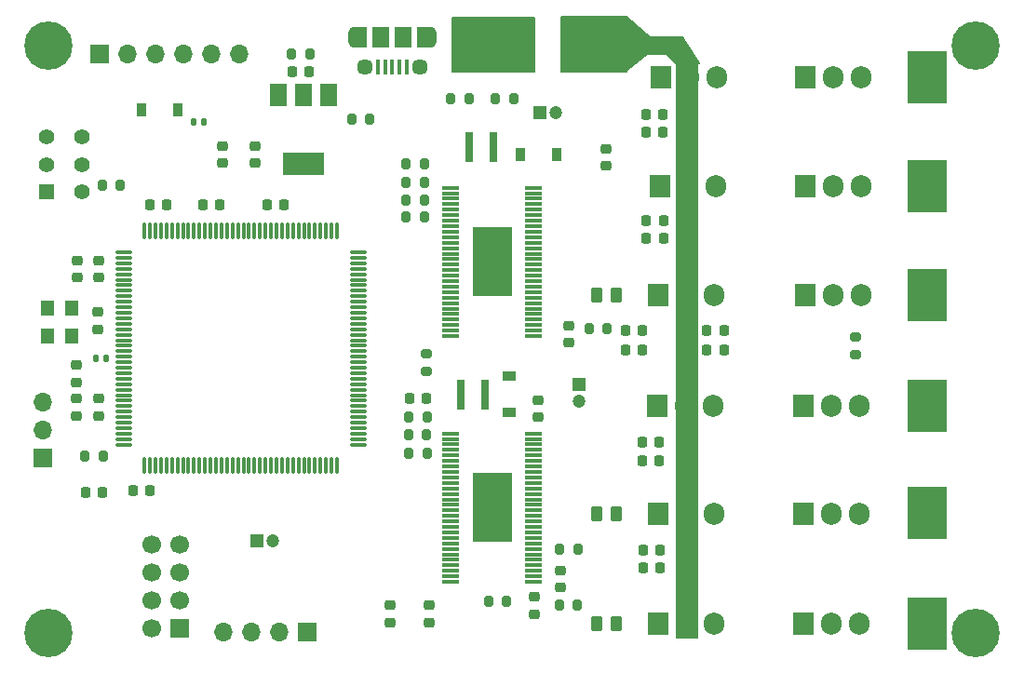
<source format=gbr>
%TF.GenerationSoftware,KiCad,Pcbnew,(6.0.10)*%
%TF.CreationDate,2023-01-28T14:49:13-05:00*%
%TF.ProjectId,electrium-esc,656c6563-7472-4697-956d-2d6573632e6b,rev?*%
%TF.SameCoordinates,Original*%
%TF.FileFunction,Soldermask,Top*%
%TF.FilePolarity,Negative*%
%FSLAX46Y46*%
G04 Gerber Fmt 4.6, Leading zero omitted, Abs format (unit mm)*
G04 Created by KiCad (PCBNEW (6.0.10)) date 2023-01-28 14:49:13*
%MOMM*%
%LPD*%
G01*
G04 APERTURE LIST*
G04 Aperture macros list*
%AMRoundRect*
0 Rectangle with rounded corners*
0 $1 Rounding radius*
0 $2 $3 $4 $5 $6 $7 $8 $9 X,Y pos of 4 corners*
0 Add a 4 corners polygon primitive as box body*
4,1,4,$2,$3,$4,$5,$6,$7,$8,$9,$2,$3,0*
0 Add four circle primitives for the rounded corners*
1,1,$1+$1,$2,$3*
1,1,$1+$1,$4,$5*
1,1,$1+$1,$6,$7*
1,1,$1+$1,$8,$9*
0 Add four rect primitives between the rounded corners*
20,1,$1+$1,$2,$3,$4,$5,0*
20,1,$1+$1,$4,$5,$6,$7,0*
20,1,$1+$1,$6,$7,$8,$9,0*
20,1,$1+$1,$8,$9,$2,$3,0*%
G04 Aperture macros list end*
%ADD10C,0.150000*%
%ADD11C,0.100000*%
%ADD12C,0.200000*%
%ADD13C,1.700000*%
%ADD14R,1.700000X1.700000*%
%ADD15R,3.600000X4.800000*%
%ADD16C,4.400000*%
%ADD17C,2.600000*%
%ADD18RoundRect,0.147500X-0.147500X-0.172500X0.147500X-0.172500X0.147500X0.172500X-0.147500X0.172500X0*%
%ADD19RoundRect,0.147500X0.147500X0.172500X-0.147500X0.172500X-0.147500X-0.172500X0.147500X-0.172500X0*%
%ADD20RoundRect,0.225000X0.250000X-0.225000X0.250000X0.225000X-0.250000X0.225000X-0.250000X-0.225000X0*%
%ADD21RoundRect,0.225000X0.225000X0.250000X-0.225000X0.250000X-0.225000X-0.250000X0.225000X-0.250000X0*%
%ADD22RoundRect,0.225000X-0.225000X-0.250000X0.225000X-0.250000X0.225000X0.250000X-0.225000X0.250000X0*%
%ADD23RoundRect,0.200000X-0.200000X-0.275000X0.200000X-0.275000X0.200000X0.275000X-0.200000X0.275000X0*%
%ADD24RoundRect,0.225000X-0.250000X0.225000X-0.250000X-0.225000X0.250000X-0.225000X0.250000X0.225000X0*%
%ADD25R,1.200000X0.900000*%
%ADD26R,1.200000X1.400000*%
%ADD27O,1.905000X2.000000*%
%ADD28R,1.905000X2.000000*%
%ADD29RoundRect,0.200000X0.200000X0.275000X-0.200000X0.275000X-0.200000X-0.275000X0.200000X-0.275000X0*%
%ADD30O,1.700000X1.700000*%
%ADD31RoundRect,0.250000X0.262500X0.450000X-0.262500X0.450000X-0.262500X-0.450000X0.262500X-0.450000X0*%
%ADD32RoundRect,0.200000X-0.275000X0.200000X-0.275000X-0.200000X0.275000X-0.200000X0.275000X0.200000X0*%
%ADD33R,1.200000X1.200000*%
%ADD34C,1.200000*%
%ADD35R,0.900000X1.200000*%
%ADD36R,1.550000X0.300000*%
%ADD37R,3.610000X6.350000*%
%ADD38R,1.400000X1.400000*%
%ADD39C,1.400000*%
%ADD40RoundRect,0.200000X0.275000X-0.200000X0.275000X0.200000X-0.275000X0.200000X-0.275000X-0.200000X0*%
%ADD41R,1.500000X2.000000*%
%ADD42R,3.800000X2.000000*%
%ADD43O,0.950000X1.900000*%
%ADD44R,1.200000X1.900000*%
%ADD45R,1.500000X1.900000*%
%ADD46R,0.400000X1.350000*%
%ADD47C,1.450000*%
%ADD48RoundRect,0.075000X-0.662500X-0.075000X0.662500X-0.075000X0.662500X0.075000X-0.662500X0.075000X0*%
%ADD49RoundRect,0.075000X-0.075000X-0.662500X0.075000X-0.662500X0.075000X0.662500X-0.075000X0.662500X0*%
%ADD50R,0.800000X2.700000*%
G04 APERTURE END LIST*
D10*
X143205200Y-46075600D02*
X150672800Y-46075600D01*
X150672800Y-46075600D02*
X150672800Y-51003200D01*
X150672800Y-51003200D02*
X143205200Y-51003200D01*
X143205200Y-51003200D02*
X143205200Y-46075600D01*
G36*
X143205200Y-46075600D02*
G01*
X150672800Y-46075600D01*
X150672800Y-51003200D01*
X143205200Y-51003200D01*
X143205200Y-46075600D01*
G37*
G36*
X159105600Y-50856995D02*
G01*
X159105600Y-49434595D01*
X160883600Y-49434595D01*
X159105600Y-50856995D01*
G37*
X159105600Y-50856995D02*
X159105600Y-49434595D01*
X160883600Y-49434595D01*
X159105600Y-50856995D01*
D11*
X153060400Y-46024800D02*
X159054800Y-46024800D01*
X159054800Y-46024800D02*
X159054800Y-51003200D01*
X159054800Y-51003200D02*
X153060400Y-51003200D01*
X153060400Y-51003200D02*
X153060400Y-46024800D01*
G36*
X153060400Y-46024800D02*
G01*
X159054800Y-46024800D01*
X159054800Y-51003200D01*
X153060400Y-51003200D01*
X153060400Y-46024800D01*
G37*
D10*
G36*
X161137600Y-47904400D02*
G01*
X164084000Y-47904400D01*
X165608000Y-50292000D01*
X163525200Y-50292000D01*
X162712400Y-49428400D01*
X153111200Y-49428400D01*
X153111200Y-46024800D01*
X159054800Y-46024800D01*
X161137600Y-47904400D01*
G37*
X161137600Y-47904400D02*
X164084000Y-47904400D01*
X165608000Y-50292000D01*
X163525200Y-50292000D01*
X162712400Y-49428400D01*
X153111200Y-49428400D01*
X153111200Y-46024800D01*
X159054800Y-46024800D01*
X161137600Y-47904400D01*
D12*
X165506400Y-50342800D02*
X163575804Y-50342800D01*
X163575804Y-50342800D02*
X163575804Y-102514400D01*
X163575804Y-102514400D02*
X165506400Y-102514400D01*
X165506400Y-102514400D02*
X165506400Y-50342800D01*
G36*
X165506400Y-50342800D02*
G01*
X163575804Y-50342800D01*
X163575804Y-102514400D01*
X165506400Y-102514400D01*
X165506400Y-50342800D01*
G37*
D13*
%TO.C,U5*%
X115870000Y-94017000D03*
X118410000Y-94017000D03*
X115870000Y-96557000D03*
X118410000Y-96557000D03*
X115870000Y-99097000D03*
X118410000Y-99097000D03*
X115870000Y-101637000D03*
D14*
X118410000Y-101637000D03*
%TD*%
D15*
%TO.C,TP1*%
X186355000Y-51562000D03*
%TD*%
D16*
%TO.C,REF\u002A\u002A*%
X190804800Y-48666400D03*
D17*
X190804800Y-48666400D03*
%TD*%
D16*
%TO.C,REF\u002A\u002A*%
X190804800Y-102057200D03*
D17*
X190804800Y-102057200D03*
%TD*%
D16*
%TO.C,asd*%
X106476800Y-102057200D03*
D17*
X106476800Y-102057200D03*
%TD*%
D16*
%TO.C,REF\u002A\u002A*%
X106476800Y-48666400D03*
D17*
X106476800Y-48666400D03*
%TD*%
D15*
%TO.C,TP3*%
X186355000Y-71374000D03*
%TD*%
D18*
%TO.C,D5*%
X110767000Y-77089000D03*
X111737000Y-77089000D03*
%TD*%
D19*
%TO.C,D6*%
X120627000Y-55626000D03*
X119657000Y-55626000D03*
%TD*%
D20*
%TO.C,C9*%
X109093000Y-69736000D03*
X109093000Y-68186000D03*
%TD*%
D21*
%TO.C,C28*%
X162407600Y-66192400D03*
X160857600Y-66192400D03*
%TD*%
D22*
%TO.C,C17*%
X126352000Y-63119000D03*
X127902000Y-63119000D03*
%TD*%
D23*
%TO.C,R25*%
X152972000Y-94488000D03*
X154622000Y-94488000D03*
%TD*%
D21*
%TO.C,C54*%
X140856000Y-80772000D03*
X139306000Y-80772000D03*
%TD*%
D24*
%TO.C,C41*%
X153797000Y-74142000D03*
X153797000Y-75692000D03*
%TD*%
D25*
%TO.C,D2*%
X148336000Y-82041000D03*
X148336000Y-78741000D03*
%TD*%
D20*
%TO.C,C2*%
X110998000Y-69736000D03*
X110998000Y-68186000D03*
%TD*%
%TO.C,C66*%
X137541000Y-101105000D03*
X137541000Y-99555000D03*
%TD*%
D26*
%TO.C,Y1*%
X106342000Y-72542400D03*
X106342000Y-75082400D03*
X108542000Y-75082400D03*
X108542000Y-72542400D03*
%TD*%
D24*
%TO.C,C23*%
X110947200Y-72885000D03*
X110947200Y-74435000D03*
%TD*%
D27*
%TO.C,Q4*%
X180340000Y-51562000D03*
X177800000Y-51562000D03*
D28*
X175260000Y-51562000D03*
%TD*%
D29*
%TO.C,R14*%
X157289000Y-74422000D03*
X155639000Y-74422000D03*
%TD*%
D14*
%TO.C,J4*%
X105968800Y-86192600D03*
D30*
X105968800Y-83652600D03*
X105968800Y-81112600D03*
%TD*%
D23*
%TO.C,R20*%
X139256000Y-82423000D03*
X140906000Y-82423000D03*
%TD*%
D15*
%TO.C,TP4*%
X186355000Y-81407000D03*
%TD*%
D31*
%TO.C,R36*%
X158138500Y-71303000D03*
X156313500Y-71303000D03*
%TD*%
D21*
%TO.C,C79*%
X111405000Y-89281000D03*
X109855000Y-89281000D03*
%TD*%
D20*
%TO.C,C57*%
X151003000Y-82436000D03*
X151003000Y-80886000D03*
%TD*%
D23*
%TO.C,R4*%
X139002000Y-59436000D03*
X140652000Y-59436000D03*
%TD*%
D32*
%TO.C,TH2*%
X140843000Y-76645000D03*
X140843000Y-78295000D03*
%TD*%
D23*
%TO.C,R32*%
X146495000Y-99174000D03*
X148145000Y-99174000D03*
%TD*%
%TO.C,R3*%
X139002000Y-61087000D03*
X140652000Y-61087000D03*
%TD*%
D29*
%TO.C,R62*%
X111442000Y-85979000D03*
X109792000Y-85979000D03*
%TD*%
D23*
%TO.C,R1*%
X111341400Y-61366400D03*
X112991400Y-61366400D03*
%TD*%
%TO.C,R54*%
X128588000Y-49403000D03*
X130238000Y-49403000D03*
%TD*%
%TO.C,R30*%
X152909000Y-99568000D03*
X154559000Y-99568000D03*
%TD*%
D27*
%TO.C,Q5*%
X180340000Y-61468000D03*
X177800000Y-61468000D03*
D28*
X175260000Y-61468000D03*
%TD*%
D22*
%TO.C,C19*%
X115684000Y-63119000D03*
X117234000Y-63119000D03*
%TD*%
D33*
%TO.C,C58*%
X154686000Y-79502000D03*
D34*
X154686000Y-81002000D03*
%TD*%
D35*
%TO.C,D1*%
X149353000Y-58547000D03*
X152653000Y-58547000D03*
%TD*%
D27*
%TO.C,Q1*%
X167259000Y-51562000D03*
X164719000Y-51562000D03*
D28*
X162179000Y-51562000D03*
%TD*%
D20*
%TO.C,C56*%
X150622000Y-100343000D03*
X150622000Y-98793000D03*
%TD*%
D24*
%TO.C,C10*%
X108966000Y-80759000D03*
X108966000Y-82309000D03*
%TD*%
D21*
%TO.C,C53*%
X162102800Y-96164400D03*
X160552800Y-96164400D03*
%TD*%
D20*
%TO.C,C7*%
X122301000Y-57772000D03*
X122301000Y-59322000D03*
%TD*%
D21*
%TO.C,C29*%
X158940200Y-74574400D03*
X160490200Y-74574400D03*
%TD*%
D24*
%TO.C,C64*%
X153035000Y-96367000D03*
X153035000Y-97917000D03*
%TD*%
D22*
%TO.C,C48*%
X166344000Y-76352400D03*
X167894000Y-76352400D03*
%TD*%
D35*
%TO.C,D3*%
X118236000Y-54483000D03*
X114936000Y-54483000D03*
%TD*%
D33*
%TO.C,C75*%
X125388401Y-93726000D03*
D34*
X126888401Y-93726000D03*
%TD*%
D23*
%TO.C,R7*%
X139002000Y-64262000D03*
X140652000Y-64262000D03*
%TD*%
D21*
%TO.C,C52*%
X162102800Y-94513400D03*
X160552800Y-94513400D03*
%TD*%
D36*
%TO.C,U3*%
X143062000Y-83928000D03*
X143062000Y-84428000D03*
X143062000Y-84928000D03*
X143062000Y-85428000D03*
X143062000Y-85928000D03*
X143062000Y-86428000D03*
X143062000Y-86928000D03*
X143062000Y-87428000D03*
X143062000Y-87928000D03*
X143062000Y-88428000D03*
X143062000Y-88928000D03*
X143062000Y-89428000D03*
X143062000Y-89928000D03*
X143062000Y-90428000D03*
X143062000Y-90928000D03*
X143062000Y-91428000D03*
X143062000Y-91928000D03*
X143062000Y-92428000D03*
X143062000Y-92928000D03*
X143062000Y-93428000D03*
X143062000Y-93928000D03*
X143062000Y-94428000D03*
X143062000Y-94928000D03*
X143062000Y-95428000D03*
X143062000Y-95928000D03*
X143062000Y-96428000D03*
X143062000Y-96928000D03*
X143062000Y-97428000D03*
X150562000Y-97428000D03*
X150562000Y-96928000D03*
X150562000Y-96428000D03*
X150562000Y-95928000D03*
X150562000Y-95428000D03*
X150562000Y-94928000D03*
X150562000Y-94428000D03*
X150562000Y-93928000D03*
X150562000Y-93428000D03*
X150562000Y-92928000D03*
X150562000Y-92428000D03*
X150562000Y-91928000D03*
X150562000Y-91428000D03*
X150562000Y-90928000D03*
X150562000Y-90428000D03*
X150562000Y-89928000D03*
X150562000Y-89428000D03*
X150562000Y-88928000D03*
X150562000Y-88428000D03*
X150562000Y-87928000D03*
X150562000Y-87428000D03*
X150562000Y-86928000D03*
X150562000Y-86428000D03*
X150562000Y-85928000D03*
X150562000Y-85428000D03*
X150562000Y-84928000D03*
X150562000Y-84428000D03*
X150562000Y-83928000D03*
D37*
X146812000Y-90678000D03*
%TD*%
D31*
%TO.C,R45*%
X158138500Y-101219000D03*
X156313500Y-101219000D03*
%TD*%
D27*
%TO.C,Q8*%
X167005000Y-91257000D03*
X164465000Y-91257000D03*
D28*
X161925000Y-91257000D03*
%TD*%
D21*
%TO.C,C45*%
X162407600Y-64541400D03*
X160857600Y-64541400D03*
%TD*%
%TO.C,C50*%
X162001200Y-84759800D03*
X160451200Y-84759800D03*
%TD*%
%TO.C,C5*%
X115697000Y-89154000D03*
X114147000Y-89154000D03*
%TD*%
D14*
%TO.C,J5*%
X130038000Y-101981000D03*
D30*
X127498000Y-101981000D03*
X124958000Y-101981000D03*
X122418000Y-101981000D03*
%TD*%
D15*
%TO.C,TP6*%
X186355000Y-101219000D03*
%TD*%
D14*
%TO.C,J1*%
X111125000Y-49403000D03*
D30*
X113665000Y-49403000D03*
X116205000Y-49403000D03*
X118745000Y-49403000D03*
X121285000Y-49403000D03*
X123825000Y-49403000D03*
%TD*%
D20*
%TO.C,C1*%
X125222000Y-59322000D03*
X125222000Y-57772000D03*
%TD*%
D24*
%TO.C,C67*%
X141097000Y-99568004D03*
X141097000Y-101118004D03*
%TD*%
D33*
%TO.C,C35*%
X151130000Y-54737000D03*
D34*
X152630000Y-54737000D03*
%TD*%
D31*
%TO.C,R44*%
X158138500Y-91257000D03*
X156313500Y-91257000D03*
%TD*%
D23*
%TO.C,R6*%
X139002000Y-62738000D03*
X140652000Y-62738000D03*
%TD*%
D15*
%TO.C,TP2*%
X186355000Y-61468000D03*
%TD*%
D22*
%TO.C,C49*%
X166344000Y-74574400D03*
X167894000Y-74574400D03*
%TD*%
D21*
%TO.C,C6*%
X130162600Y-51054000D03*
X128612600Y-51054000D03*
%TD*%
D27*
%TO.C,Q11*%
X180213000Y-91242000D03*
X177673000Y-91242000D03*
D28*
X175133000Y-91242000D03*
%TD*%
D36*
%TO.C,U2*%
X143062000Y-61576000D03*
X143062000Y-62076000D03*
X143062000Y-62576000D03*
X143062000Y-63076000D03*
X143062000Y-63576000D03*
X143062000Y-64076000D03*
X143062000Y-64576000D03*
X143062000Y-65076000D03*
X143062000Y-65576000D03*
X143062000Y-66076000D03*
X143062000Y-66576000D03*
X143062000Y-67076000D03*
X143062000Y-67576000D03*
X143062000Y-68076000D03*
X143062000Y-68576000D03*
X143062000Y-69076000D03*
X143062000Y-69576000D03*
X143062000Y-70076000D03*
X143062000Y-70576000D03*
X143062000Y-71076000D03*
X143062000Y-71576000D03*
X143062000Y-72076000D03*
X143062000Y-72576000D03*
X143062000Y-73076000D03*
X143062000Y-73576000D03*
X143062000Y-74076000D03*
X143062000Y-74576000D03*
X143062000Y-75076000D03*
X150562000Y-75076000D03*
X150562000Y-74576000D03*
X150562000Y-74076000D03*
X150562000Y-73576000D03*
X150562000Y-73076000D03*
X150562000Y-72576000D03*
X150562000Y-72076000D03*
X150562000Y-71576000D03*
X150562000Y-71076000D03*
X150562000Y-70576000D03*
X150562000Y-70076000D03*
X150562000Y-69576000D03*
X150562000Y-69076000D03*
X150562000Y-68576000D03*
X150562000Y-68076000D03*
X150562000Y-67576000D03*
X150562000Y-67076000D03*
X150562000Y-66576000D03*
X150562000Y-66076000D03*
X150562000Y-65576000D03*
X150562000Y-65076000D03*
X150562000Y-64576000D03*
X150562000Y-64076000D03*
X150562000Y-63576000D03*
X150562000Y-63076000D03*
X150562000Y-62576000D03*
X150562000Y-62076000D03*
X150562000Y-61576000D03*
D37*
X146812000Y-68326000D03*
%TD*%
D27*
%TO.C,Q9*%
X167005000Y-101219000D03*
X164465000Y-101219000D03*
D28*
X161925000Y-101219000D03*
%TD*%
D29*
%TO.C,R18*%
X140843000Y-84074000D03*
X139193000Y-84074000D03*
%TD*%
D22*
%TO.C,C18*%
X120510000Y-63119000D03*
X122060000Y-63119000D03*
%TD*%
D15*
%TO.C,TP5*%
X186355000Y-91186000D03*
%TD*%
D27*
%TO.C,Q7*%
X166878000Y-81407000D03*
X164338000Y-81407000D03*
D28*
X161798000Y-81407000D03*
%TD*%
D29*
%TO.C,R57*%
X135699000Y-55372000D03*
X134049000Y-55372000D03*
%TD*%
D38*
%TO.C,SW1*%
X106249200Y-61970500D03*
D39*
X106249200Y-59470500D03*
X106249200Y-56970500D03*
X109549200Y-61970500D03*
X109549200Y-59470500D03*
X109549200Y-56970500D03*
%TD*%
D24*
%TO.C,C4*%
X110998000Y-80759000D03*
X110998000Y-82309000D03*
%TD*%
D21*
%TO.C,C47*%
X162356800Y-56540400D03*
X160806800Y-56540400D03*
%TD*%
D23*
%TO.C,R53*%
X147104600Y-53492400D03*
X148754600Y-53492400D03*
%TD*%
D29*
%TO.C,R21*%
X140880600Y-85725000D03*
X139230600Y-85725000D03*
%TD*%
D24*
%TO.C,C33*%
X157175200Y-58026000D03*
X157175200Y-59576000D03*
%TD*%
D21*
%TO.C,C30*%
X158940200Y-76352400D03*
X160490200Y-76352400D03*
%TD*%
D40*
%TO.C,TH1*%
X179832000Y-76771000D03*
X179832000Y-75121000D03*
%TD*%
D24*
%TO.C,C24*%
X108966000Y-77711000D03*
X108966000Y-79261000D03*
%TD*%
D27*
%TO.C,Q6*%
X180340000Y-71303000D03*
X177800000Y-71303000D03*
D28*
X175260000Y-71303000D03*
%TD*%
D41*
%TO.C,PS1*%
X131967000Y-53111000D03*
X129667000Y-53111000D03*
X127367000Y-53111000D03*
D42*
X129667000Y-59411000D03*
%TD*%
D43*
%TO.C,J2*%
X134218800Y-47910000D03*
X141218800Y-47910000D03*
D44*
X134818800Y-47910000D03*
X140618800Y-47910000D03*
D45*
X136718800Y-47910000D03*
X138718800Y-47910000D03*
D46*
X136418800Y-50610000D03*
X137068800Y-50610000D03*
X137718800Y-50610000D03*
X138368800Y-50610000D03*
X139018800Y-50610000D03*
D47*
X135218800Y-50610000D03*
X140218800Y-50610000D03*
%TD*%
D27*
%TO.C,Q10*%
X180213000Y-81407000D03*
X177673000Y-81407000D03*
D28*
X175133000Y-81407000D03*
%TD*%
D27*
%TO.C,Q2*%
X167132000Y-61468000D03*
X164592000Y-61468000D03*
D28*
X162052000Y-61468000D03*
%TD*%
D27*
%TO.C,Q3*%
X167005000Y-71303000D03*
X164465000Y-71303000D03*
D28*
X161925000Y-71303000D03*
%TD*%
D27*
%TO.C,Q12*%
X180213000Y-101219000D03*
X177673000Y-101219000D03*
D28*
X175133000Y-101219000D03*
%TD*%
D48*
%TO.C,U1*%
X113289500Y-67450000D03*
X113289500Y-67950000D03*
X113289500Y-68450000D03*
X113289500Y-68950000D03*
X113289500Y-69450000D03*
X113289500Y-69950000D03*
X113289500Y-70450000D03*
X113289500Y-70950000D03*
X113289500Y-71450000D03*
X113289500Y-71950000D03*
X113289500Y-72450000D03*
X113289500Y-72950000D03*
X113289500Y-73450000D03*
X113289500Y-73950000D03*
X113289500Y-74450000D03*
X113289500Y-74950000D03*
X113289500Y-75450000D03*
X113289500Y-75950000D03*
X113289500Y-76450000D03*
X113289500Y-76950000D03*
X113289500Y-77450000D03*
X113289500Y-77950000D03*
X113289500Y-78450000D03*
X113289500Y-78950000D03*
X113289500Y-79450000D03*
X113289500Y-79950000D03*
X113289500Y-80450000D03*
X113289500Y-80950000D03*
X113289500Y-81450000D03*
X113289500Y-81950000D03*
X113289500Y-82450000D03*
X113289500Y-82950000D03*
X113289500Y-83450000D03*
X113289500Y-83950000D03*
X113289500Y-84450000D03*
X113289500Y-84950000D03*
D49*
X115202000Y-86862500D03*
X115702000Y-86862500D03*
X116202000Y-86862500D03*
X116702000Y-86862500D03*
X117202000Y-86862500D03*
X117702000Y-86862500D03*
X118202000Y-86862500D03*
X118702000Y-86862500D03*
X119202000Y-86862500D03*
X119702000Y-86862500D03*
X120202000Y-86862500D03*
X120702000Y-86862500D03*
X121202000Y-86862500D03*
X121702000Y-86862500D03*
X122202000Y-86862500D03*
X122702000Y-86862500D03*
X123202000Y-86862500D03*
X123702000Y-86862500D03*
X124202000Y-86862500D03*
X124702000Y-86862500D03*
X125202000Y-86862500D03*
X125702000Y-86862500D03*
X126202000Y-86862500D03*
X126702000Y-86862500D03*
X127202000Y-86862500D03*
X127702000Y-86862500D03*
X128202000Y-86862500D03*
X128702000Y-86862500D03*
X129202000Y-86862500D03*
X129702000Y-86862500D03*
X130202000Y-86862500D03*
X130702000Y-86862500D03*
X131202000Y-86862500D03*
X131702000Y-86862500D03*
X132202000Y-86862500D03*
X132702000Y-86862500D03*
D48*
X134614500Y-84950000D03*
X134614500Y-84450000D03*
X134614500Y-83950000D03*
X134614500Y-83450000D03*
X134614500Y-82950000D03*
X134614500Y-82450000D03*
X134614500Y-81950000D03*
X134614500Y-81450000D03*
X134614500Y-80950000D03*
X134614500Y-80450000D03*
X134614500Y-79950000D03*
X134614500Y-79450000D03*
X134614500Y-78950000D03*
X134614500Y-78450000D03*
X134614500Y-77950000D03*
X134614500Y-77450000D03*
X134614500Y-76950000D03*
X134614500Y-76450000D03*
X134614500Y-75950000D03*
X134614500Y-75450000D03*
X134614500Y-74950000D03*
X134614500Y-74450000D03*
X134614500Y-73950000D03*
X134614500Y-73450000D03*
X134614500Y-72950000D03*
X134614500Y-72450000D03*
X134614500Y-71950000D03*
X134614500Y-71450000D03*
X134614500Y-70950000D03*
X134614500Y-70450000D03*
X134614500Y-69950000D03*
X134614500Y-69450000D03*
X134614500Y-68950000D03*
X134614500Y-68450000D03*
X134614500Y-67950000D03*
X134614500Y-67450000D03*
D49*
X132702000Y-65537500D03*
X132202000Y-65537500D03*
X131702000Y-65537500D03*
X131202000Y-65537500D03*
X130702000Y-65537500D03*
X130202000Y-65537500D03*
X129702000Y-65537500D03*
X129202000Y-65537500D03*
X128702000Y-65537500D03*
X128202000Y-65537500D03*
X127702000Y-65537500D03*
X127202000Y-65537500D03*
X126702000Y-65537500D03*
X126202000Y-65537500D03*
X125702000Y-65537500D03*
X125202000Y-65537500D03*
X124702000Y-65537500D03*
X124202000Y-65537500D03*
X123702000Y-65537500D03*
X123202000Y-65537500D03*
X122702000Y-65537500D03*
X122202000Y-65537500D03*
X121702000Y-65537500D03*
X121202000Y-65537500D03*
X120702000Y-65537500D03*
X120202000Y-65537500D03*
X119702000Y-65537500D03*
X119202000Y-65537500D03*
X118702000Y-65537500D03*
X118202000Y-65537500D03*
X117702000Y-65537500D03*
X117202000Y-65537500D03*
X116702000Y-65537500D03*
X116202000Y-65537500D03*
X115702000Y-65537500D03*
X115202000Y-65537500D03*
%TD*%
D21*
%TO.C,C51*%
X162001200Y-86410800D03*
X160451200Y-86410800D03*
%TD*%
D50*
%TO.C,L1*%
X146896000Y-57912000D03*
X144696000Y-57912000D03*
%TD*%
%TO.C,L2*%
X146134000Y-80391000D03*
X143934000Y-80391000D03*
%TD*%
D21*
%TO.C,C46*%
X162356800Y-54889400D03*
X160806800Y-54889400D03*
%TD*%
D23*
%TO.C,R52*%
X143040600Y-53492400D03*
X144690600Y-53492400D03*
%TD*%
M02*

</source>
